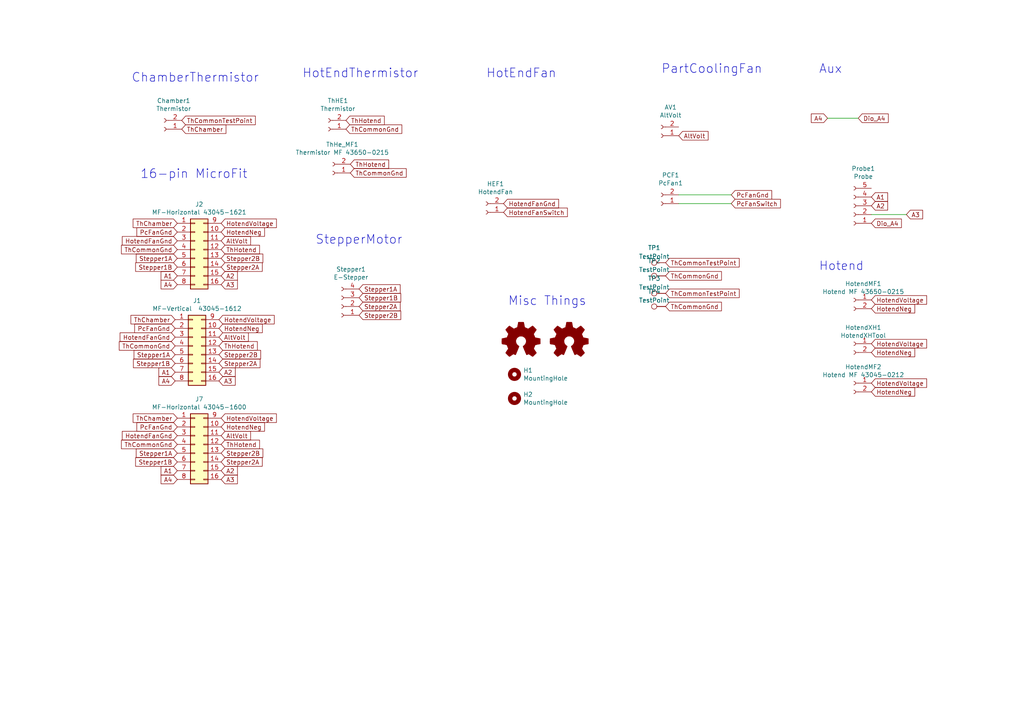
<source format=kicad_sch>
(kicad_sch (version 20211123) (generator eeschema)
  (paper "A4")
  (lib_symbols
    (symbol "Connector:Conn_01x02_Female" (pin_names (offset 1.016) hide)
      (property "Reference" "J" (at 0 2.54 0))
      (property "Value" "Conn_01x02_Female" (at 0 -5.08 0))
      (symbol "Conn_01x02_Female_1_1"
        (arc (start 0 -2.032) (mid -0.508 -2.54) (end 0 -3.048) (stroke (width 0.1524)))
        (polyline (pts (xy -1.27 -2.54) (xy -0.508 -2.54)) (stroke (width 0.1524)))
        (polyline (pts (xy -1.27 0) (xy -0.508 0)) (stroke (width 0.1524)))
        (arc (start 0 0.508) (mid -0.508 0) (end 0 -0.508) (stroke (width 0.1524)))
        (pin passive line (at -5.08 0 0) (length 3.81) (name "Pin_1") (number "1"))
        (pin passive line (at -5.08 -2.54 0) (length 3.81) (name "Pin_2") (number "2"))
      )
    )
    (symbol "Connector:Conn_01x04_Female" (pin_names (offset 1.016) hide)
      (property "Reference" "J" (at 0 5.08 0))
      (property "Value" "Conn_01x04_Female" (at 0 -7.62 0))
      (symbol "Conn_01x04_Female_1_1"
        (arc (start 0 -4.572) (mid -0.508 -5.08) (end 0 -5.588) (stroke (width 0.1524)))
        (arc (start 0 -2.032) (mid -0.508 -2.54) (end 0 -3.048) (stroke (width 0.1524)))
        (polyline (pts (xy -1.27 -5.08) (xy -0.508 -5.08)) (stroke (width 0.1524)))
        (polyline (pts (xy -1.27 -2.54) (xy -0.508 -2.54)) (stroke (width 0.1524)))
        (polyline (pts (xy -1.27 0) (xy -0.508 0)) (stroke (width 0.1524)))
        (polyline (pts (xy -1.27 2.54) (xy -0.508 2.54)) (stroke (width 0.1524)))
        (arc (start 0 0.508) (mid -0.508 0) (end 0 -0.508) (stroke (width 0.1524)))
        (arc (start 0 3.048) (mid -0.508 2.54) (end 0 2.032) (stroke (width 0.1524)))
        (pin passive line (at -5.08 2.54 0) (length 3.81) (name "Pin_1") (number "1"))
        (pin passive line (at -5.08 0 0) (length 3.81) (name "Pin_2") (number "2"))
        (pin passive line (at -5.08 -2.54 0) (length 3.81) (name "Pin_3") (number "3"))
        (pin passive line (at -5.08 -5.08 0) (length 3.81) (name "Pin_4") (number "4"))
      )
    )
    (symbol "Connector:Conn_01x05_Female" (pin_names (offset 1.016) hide)
      (property "Reference" "J" (at 0 7.62 0))
      (property "Value" "Conn_01x05_Female" (at 0 -7.62 0))
      (symbol "Conn_01x05_Female_1_1"
        (arc (start 0 -4.572) (mid -0.508 -5.08) (end 0 -5.588) (stroke (width 0.1524)))
        (arc (start 0 -2.032) (mid -0.508 -2.54) (end 0 -3.048) (stroke (width 0.1524)))
        (polyline (pts (xy -1.27 -5.08) (xy -0.508 -5.08)) (stroke (width 0.1524)))
        (polyline (pts (xy -1.27 -2.54) (xy -0.508 -2.54)) (stroke (width 0.1524)))
        (polyline (pts (xy -1.27 0) (xy -0.508 0)) (stroke (width 0.1524)))
        (polyline (pts (xy -1.27 2.54) (xy -0.508 2.54)) (stroke (width 0.1524)))
        (polyline (pts (xy -1.27 5.08) (xy -0.508 5.08)) (stroke (width 0.1524)))
        (arc (start 0 0.508) (mid -0.508 0) (end 0 -0.508) (stroke (width 0.1524)))
        (arc (start 0 3.048) (mid -0.508 2.54) (end 0 2.032) (stroke (width 0.1524)))
        (arc (start 0 5.588) (mid -0.508 5.08) (end 0 4.572) (stroke (width 0.1524)))
        (pin passive line (at -5.08 5.08 0) (length 3.81) (name "Pin_1") (number "1"))
        (pin passive line (at -5.08 2.54 0) (length 3.81) (name "Pin_2") (number "2"))
        (pin passive line (at -5.08 0 0) (length 3.81) (name "Pin_3") (number "3"))
        (pin passive line (at -5.08 -2.54 0) (length 3.81) (name "Pin_4") (number "4"))
        (pin passive line (at -5.08 -5.08 0) (length 3.81) (name "Pin_5") (number "5"))
      )
    )
    (symbol "Connector:TestPoint" (pin_numbers hide) (pin_names (offset 0.762) hide)
      (property "Reference" "TP" (at 0 6.858 0))
      (property "Value" "TestPoint" (at 0 5.08 0))
      (symbol "TestPoint_0_1"
        (circle (center 0 3.302) (radius 0.762))
      )
      (symbol "TestPoint_1_1"
        (pin passive line (at 0 0 90) (length 2.54) (name "1") (number "1"))
      )
    )
    (symbol "Connector_Generic:Conn_02x08_Top_Bottom" (pin_names (offset 1.016) hide)
      (property "Reference" "J" (at 1.27 10.16 0))
      (property "Value" "Conn_02x08_Top_Bottom" (at 1.27 -12.7 0))
      (symbol "Conn_02x08_Top_Bottom_1_1"
        (rectangle (start -1.27 -10.033) (end 0 -10.287) (stroke (width 0.1524)))
        (rectangle (start -1.27 -7.493) (end 0 -7.747) (stroke (width 0.1524)))
        (rectangle (start -1.27 -4.953) (end 0 -5.207) (stroke (width 0.1524)))
        (rectangle (start -1.27 -2.413) (end 0 -2.667) (stroke (width 0.1524)))
        (rectangle (start -1.27 0.127) (end 0 -0.127) (stroke (width 0.1524)))
        (rectangle (start -1.27 2.667) (end 0 2.413) (stroke (width 0.1524)))
        (rectangle (start -1.27 5.207) (end 0 4.953) (stroke (width 0.1524)))
        (rectangle (start -1.27 7.747) (end 0 7.493) (stroke (width 0.1524)))
        (rectangle (start -1.27 8.89) (end 3.81 -11.43) (stroke (width 0.254)) (fill (type background)))
        (rectangle (start 3.81 -10.033) (end 2.54 -10.287) (stroke (width 0.1524)))
        (rectangle (start 3.81 -7.493) (end 2.54 -7.747) (stroke (width 0.1524)))
        (rectangle (start 3.81 -4.953) (end 2.54 -5.207) (stroke (width 0.1524)))
        (rectangle (start 3.81 -2.413) (end 2.54 -2.667) (stroke (width 0.1524)))
        (rectangle (start 3.81 0.127) (end 2.54 -0.127) (stroke (width 0.1524)))
        (rectangle (start 3.81 2.667) (end 2.54 2.413) (stroke (width 0.1524)))
        (rectangle (start 3.81 5.207) (end 2.54 4.953) (stroke (width 0.1524)))
        (rectangle (start 3.81 7.747) (end 2.54 7.493) (stroke (width 0.1524)))
        (pin passive line (at -5.08 7.62 0) (length 3.81) (name "Pin_1") (number "1"))
        (pin passive line (at 7.62 5.08 180) (length 3.81) (name "Pin_10") (number "10"))
        (pin passive line (at 7.62 2.54 180) (length 3.81) (name "Pin_11") (number "11"))
        (pin passive line (at 7.62 0 180) (length 3.81) (name "Pin_12") (number "12"))
        (pin passive line (at 7.62 -2.54 180) (length 3.81) (name "Pin_13") (number "13"))
        (pin passive line (at 7.62 -5.08 180) (length 3.81) (name "Pin_14") (number "14"))
        (pin passive line (at 7.62 -7.62 180) (length 3.81) (name "Pin_15") (number "15"))
        (pin passive line (at 7.62 -10.16 180) (length 3.81) (name "Pin_16") (number "16"))
        (pin passive line (at -5.08 5.08 0) (length 3.81) (name "Pin_2") (number "2"))
        (pin passive line (at -5.08 2.54 0) (length 3.81) (name "Pin_3") (number "3"))
        (pin passive line (at -5.08 0 0) (length 3.81) (name "Pin_4") (number "4"))
        (pin passive line (at -5.08 -2.54 0) (length 3.81) (name "Pin_5") (number "5"))
        (pin passive line (at -5.08 -5.08 0) (length 3.81) (name "Pin_6") (number "6"))
        (pin passive line (at -5.08 -7.62 0) (length 3.81) (name "Pin_7") (number "7"))
        (pin passive line (at -5.08 -10.16 0) (length 3.81) (name "Pin_8") (number "8"))
        (pin passive line (at 7.62 7.62 180) (length 3.81) (name "Pin_9") (number "9"))
      )
    )
    (symbol "Graphic:Logo_Open_Hardware_Small" (pin_names (offset 1.016))
      (symbol "Logo_Open_Hardware_Small_0_1"
        (polyline (pts (xy 3.3528 -4.3434) (xy 3.302 -4.318) (xy 3.175 -4.2418) (xy 2.9972 -4.1148) (xy 2.7686 -3.9624) (xy 2.54 -3.81) (xy 2.3622 -3.7084) (xy 2.2352 -3.6068) (xy 2.1844 -3.5814) (xy 2.159 -3.6068) (xy 2.0574 -3.6576) (xy 1.905 -3.7338) (xy 1.8034 -3.7846) (xy 1.6764 -3.8354) (xy 1.6002 -3.8354) (xy 1.6002 -3.8354) (xy 1.5494 -3.7338) (xy 1.4732 -3.5306) (xy 1.3462 -3.302) (xy 1.2446 -3.0226) (xy 1.1176 -2.7178) (xy 0.9652 -2.413) (xy 0.8636 -2.1082) (xy 0.7366 -1.8288) (xy 0.6604 -1.6256) (xy 0.6096 -1.4732) (xy 0.5842 -1.397) (xy 0.5842 -1.397) (xy 0.6604 -1.3208) (xy 0.7874 -1.2446) (xy 1.0414 -1.016) (xy 1.2954 -0.6858) (xy 1.4478 -0.3302) (xy 1.524 0.0762) (xy 1.4732 0.4572) (xy 1.3208 0.8128) (xy 1.0668 1.143) (xy 0.762 1.3716) (xy 0.4064 1.524) (xy 0 1.5748) (xy -0.381 1.5494) (xy -0.7366 1.397) (xy -1.0668 1.143) (xy -1.2192 0.9906) (xy -1.397 0.6604) (xy -1.524 0.3048) (xy -1.524 0.2286) (xy -1.4986 -0.1778) (xy -1.397 -0.5334) (xy -1.1938 -0.8636) (xy -0.9144 -1.143) (xy -0.8636 -1.1684) (xy -0.7366 -1.27) (xy -0.635 -1.3462) (xy -0.5842 -1.397) (xy -1.0668 -2.5908) (xy -1.143 -2.794) (xy -1.2954 -3.1242) (xy -1.397 -3.4036) (xy -1.4986 -3.6322) (xy -1.5748 -3.7846) (xy -1.6002 -3.8354) (xy -1.6002 -3.8354) (xy -1.651 -3.8354) (xy -1.7272 -3.81) (xy -1.905 -3.7338) (xy -2.0066 -3.683) (xy -2.1336 -3.6068) (xy -2.2098 -3.5814) (xy -2.2606 -3.6068) (xy -2.3622 -3.683) (xy -2.54 -3.81) (xy -2.7686 -3.9624) (xy -2.9718 -4.0894) (xy -3.1496 -4.2164) (xy -3.302 -4.318) (xy -3.3528 -4.3434) (xy -3.3782 -4.3434) (xy -3.429 -4.318) (xy -3.5306 -4.2164) (xy -3.7084 -4.064) (xy -3.937 -3.8354) (xy -3.9624 -3.81) (xy -4.1656 -3.6068) (xy -4.318 -3.4544) (xy -4.4196 -3.3274) (xy -4.445 -3.2766) (xy -4.445 -3.2766) (xy -4.4196 -3.2258) (xy -4.318 -3.0734) (xy -4.2164 -2.8956) (xy -4.064 -2.667) (xy -3.6576 -2.0828) (xy -3.8862 -1.5494) (xy -3.937 -1.3716) (xy -4.0386 -1.1684) (xy -4.0894 -1.0414) (xy -4.1148 -0.9652) (xy -4.191 -0.9398) (xy -4.318 -0.9144) (xy -4.5466 -0.8636) (xy -4.8006 -0.8128) (xy -5.0546 -0.7874) (xy -5.2578 -0.7366) (xy -5.4356 -0.7112) (xy -5.5118 -0.6858) (xy -5.5118 -0.6858) (xy -5.5372 -0.635) (xy -5.5372 -0.5588) (xy -5.5372 -0.4318) (xy -5.5626 -0.2286) (xy -5.5626 0.0762) (xy -5.5626 0.127) (xy -5.5372 0.4064) (xy -5.5372 0.635) (xy -5.5372 0.762) (xy -5.5372 0.8382) (xy -5.5372 0.8382) (xy -5.461 0.8382) (xy -5.3086 0.889) (xy -5.08 0.9144) (xy -4.826 0.9652) (xy -4.8006 0.9906) (xy -4.5466 1.0414) (xy -4.318 1.0668) (xy -4.1656 1.1176) (xy -4.0894 1.143) (xy -4.0894 1.143) (xy -4.0386 1.2446) (xy -3.9624 1.4224) (xy -3.8608 1.6256) (xy -3.7846 1.8288) (xy -3.7084 2.0066) (xy -3.6576 2.159) (xy -3.6322 2.2098) (xy -3.6322 2.2098) (xy -3.683 2.286) (xy -3.7592 2.413) (xy -3.8862 2.5908) (xy -4.064 2.8194) (xy -4.064 2.8448) (xy -4.2164 3.0734) (xy -4.3434 3.2512) (xy -4.4196 3.3782) (xy -4.445 3.4544) (xy -4.445 3.4544) (xy -4.3942 3.5052) (xy -4.2926 3.6322) (xy -4.1148 3.81) (xy -3.937 4.0132) (xy -3.8608 4.064) (xy -3.6576 4.2926) (xy -3.5052 4.4196) (xy -3.4036 4.4958) (xy -3.3528 4.5212) (xy -3.3528 4.5212) (xy -3.302 4.4704) (xy -3.1496 4.3688) (xy -2.9718 4.2418) (xy -2.7432 4.0894) (xy -2.7178 4.0894) (xy -2.4892 3.937) (xy -2.3114 3.81) (xy -2.1844 3.7084) (xy -2.1336 3.683) (xy -2.1082 3.683) (xy -2.032 3.7084) (xy -1.8542 3.7592) (xy -1.6764 3.8354) (xy -1.4732 3.937) (xy -1.27 4.0132) (xy -1.143 4.064) (xy -1.0668 4.1148) (xy -1.0668 4.1148) (xy -1.0414 4.191) (xy -1.016 4.3434) (xy -0.9652 4.572) (xy -0.9144 4.8514) (xy -0.889 4.9022) (xy -0.8382 5.1562) (xy -0.8128 5.3848) (xy -0.7874 5.5372) (xy -0.762 5.588) (xy -0.7112 5.6134) (xy -0.5842 5.6134) (xy -0.4064 5.6134) (xy -0.1524 5.6134) (xy 0.0762 5.6134) (xy 0.3302 5.6134) (xy 0.5334 5.6134) (xy 0.6858 5.588) (xy 0.7366 5.588) (xy 0.7366 5.588) (xy 0.762 5.5118) (xy 0.8128 5.334) (xy 0.8382 5.1054) (xy 0.9144 4.826) (xy 0.9144 4.7752) (xy 0.9652 4.5212) (xy 1.016 4.2926) (xy 1.0414 4.1402) (xy 1.0668 4.0894) (xy 1.0668 4.0894) (xy 1.1938 4.0386) (xy 1.3716 3.9624) (xy 1.5748 3.8608) (xy 2.0828 3.6576) (xy 2.7178 4.0894) (xy 2.7686 4.1402) (xy 2.9972 4.2926) (xy 3.175 4.4196) (xy 3.302 4.4958) (xy 3.3782 4.5212) (xy 3.3782 4.5212) (xy 3.429 4.4704) (xy 3.556 4.3434) (xy 3.7338 4.191) (xy 3.9116 3.9878) (xy 4.064 3.8354) (xy 4.2418 3.6576) (xy 4.3434 3.556) (xy 4.4196 3.4798) (xy 4.4196 3.429) (xy 4.4196 3.4036) (xy 4.3942 3.3274) (xy 4.2926 3.2004) (xy 4.1656 2.9972) (xy 4.0132 2.794) (xy 3.8862 2.5908) (xy 3.7592 2.3876) (xy 3.6576 2.2352) (xy 3.6322 2.159) (xy 3.6322 2.1336) (xy 3.683 2.0066) (xy 3.7592 1.8288) (xy 3.8608 1.6002) (xy 4.064 1.1176) (xy 4.3942 1.0414) (xy 4.5974 1.016) (xy 4.8768 0.9652) (xy 5.1308 0.9144) (xy 5.5372 0.8382) (xy 5.5626 -0.6604) (xy 5.4864 -0.6858) (xy 5.4356 -0.6858) (xy 5.2832 -0.7366) (xy 5.0546 -0.762) (xy 4.8006 -0.8128) (xy 4.5974 -0.8636) (xy 4.3688 -0.9144) (xy 4.2164 -0.9398) (xy 4.1402 -0.9398) (xy 4.1148 -0.9652) (xy 4.064 -1.0668) (xy 3.9878 -1.2446) (xy 3.9116 -1.4478) (xy 3.81 -1.651) (xy 3.7338 -1.8542) (xy 3.683 -2.0066) (xy 3.6576 -2.0828) (xy 3.683 -2.1336) (xy 3.7846 -2.2606) (xy 3.8862 -2.4638) (xy 4.0386 -2.667) (xy 4.191 -2.8956) (xy 4.318 -3.0734) (xy 4.3942 -3.2004) (xy 4.445 -3.2766) (xy 4.4196 -3.3274) (xy 4.3434 -3.429) (xy 4.1656 -3.5814) (xy 3.937 -3.8354) (xy 3.8862 -3.8608) (xy 3.683 -4.064) (xy 3.5306 -4.2164) (xy 3.4036 -4.318) (xy 3.3528 -4.3434)) (fill (type outline)))
      )
    )
    (symbol "Mechanical:MountingHole" (pin_names (offset 1.016))
      (property "Reference" "H" (at 0 5.08 0))
      (property "Value" "MountingHole" (at 0 3.175 0))
      (symbol "MountingHole_0_1"
        (circle (center 0 0) (radius 1.27) (stroke (width 1.27)))
      )
    )
  )
  (wire (pts (xy 252.73 62.23) (xy 262.89 62.23)))
  (wire (pts (xy 196.85 59.055) (xy 212.09 59.055)))
  (wire (pts (xy 240.03 34.29) (xy 248.92 34.29)))
  (wire (pts (xy 196.85 56.515) (xy 212.09 56.515)))
  (text "Hotend" (at 237.49 78.74 0) (effects (font (size 2.4892 2.4892)) (justify left bottom)))
  (text "HotEndFan" (at 140.97 22.86 0) (effects (font (size 2.5654 2.5654)) (justify left bottom)))
  (text "16-pin MicroFit" (at 40.64 52.07 0) (effects (font (size 2.5654 2.5654)) (justify left bottom)))
  (text "HotEndThermistor" (at 87.63 22.86 0) (effects (font (size 2.5654 2.5654)) (justify left bottom)))
  (text "Aux" (at 237.49 21.59 0) (effects (font (size 2.5654 2.5654)) (justify left bottom)))
  (text "StepperMotor" (at 91.44 71.12 0) (effects (font (size 2.5654 2.5654)) (justify left bottom)))
  (text "Misc Things" (at 147.32 88.9 0) (effects (font (size 2.5654 2.5654)) (justify left bottom)))
  (text "PartCoolingFan" (at 191.77 21.59 0) (effects (font (size 2.5654 2.5654)) (justify left bottom)))
  (text "ChamberThermistor" (at 38.1 24.13 0) (effects (font (size 2.5654 2.5654)) (justify left bottom)))
  (global_label "A1" (shape input) (at 50.8 107.95 180) (property "Intersheet References" "${INTERSHEET_REFS}" (effects hide)))
  (global_label "PcFanGnd" (shape input) (at 212.09 56.515 0) (property "Intersheet References" "${INTERSHEET_REFS}" (effects hide)))
  (global_label "HotendNeg" (shape input) (at 252.73 89.535 0) (property "Intersheet References" "${INTERSHEET_REFS}" (effects hide)))
  (global_label "Stepper2B" (shape input) (at 104.14 91.44 0) (property "Intersheet References" "${INTERSHEET_REFS}" (effects hide)))
  (global_label "Stepper1A" (shape input) (at 51.435 131.445 180) (property "Intersheet References" "${INTERSHEET_REFS}" (effects hide)))
  (global_label "HotendVoltage" (shape input) (at 252.73 86.995 0) (property "Intersheet References" "${INTERSHEET_REFS}" (effects hide)))
  (global_label "HotendVoltage" (shape input) (at 64.135 121.285 0) (property "Intersheet References" "${INTERSHEET_REFS}" (effects hide)))
  (global_label "PcFanGnd" (shape input) (at 51.435 67.31 180) (property "Intersheet References" "${INTERSHEET_REFS}" (effects hide)))
  (global_label "Stepper2A" (shape input) (at 64.135 133.985 0) (property "Intersheet References" "${INTERSHEET_REFS}" (effects hide)))
  (global_label "ThChamber" (shape input) (at 51.435 64.77 180) (property "Intersheet References" "${INTERSHEET_REFS}" (effects hide)))
  (global_label "AltVolt" (shape input) (at 64.135 69.85 0) (property "Intersheet References" "${INTERSHEET_REFS}" (effects hide)))
  (global_label "Stepper1B" (shape input) (at 51.435 77.47 180) (property "Intersheet References" "${INTERSHEET_REFS}" (effects hide)))
  (global_label "HotendNeg" (shape input) (at 63.5 95.25 0) (property "Intersheet References" "${INTERSHEET_REFS}" (effects hide)))
  (global_label "ThCommonGnd" (shape input) (at 50.8 100.33 180) (property "Intersheet References" "${INTERSHEET_REFS}" (effects hide)))
  (global_label "ThCommonGnd" (shape input) (at 100.33 37.465 0) (property "Intersheet References" "${INTERSHEET_REFS}" (effects hide)))
  (global_label "ThCommonGnd" (shape input) (at 193.04 80.01 0) (property "Intersheet References" "${INTERSHEET_REFS}" (effects hide)))
  (global_label "Stepper2B" (shape input) (at 64.135 74.93 0) (property "Intersheet References" "${INTERSHEET_REFS}" (effects hide)))
  (global_label "AltVolt" (shape input) (at 64.135 126.365 0) (property "Intersheet References" "${INTERSHEET_REFS}" (effects hide)))
  (global_label "A4" (shape input) (at 51.435 82.55 180) (property "Intersheet References" "${INTERSHEET_REFS}" (effects hide)))
  (global_label "Stepper2A" (shape input) (at 63.5 105.41 0) (property "Intersheet References" "${INTERSHEET_REFS}" (effects hide)))
  (global_label "ThHotend" (shape input) (at 64.135 128.905 0) (property "Intersheet References" "${INTERSHEET_REFS}" (effects hide)))
  (global_label "PcFanSwitch" (shape input) (at 212.09 59.055 0) (property "Intersheet References" "${INTERSHEET_REFS}" (effects hide)))
  (global_label "A4" (shape input) (at 240.03 34.29 180) (property "Intersheet References" "${INTERSHEET_REFS}" (effects hide)))
  (global_label "A2" (shape input) (at 63.5 107.95 0) (property "Intersheet References" "${INTERSHEET_REFS}" (effects hide)))
  (global_label "ThCommonTestPoint" (shape input) (at 52.705 34.925 0) (property "Intersheet References" "${INTERSHEET_REFS}" (effects hide)))
  (global_label "A3" (shape input) (at 262.89 62.23 0) (property "Intersheet References" "${INTERSHEET_REFS}" (effects hide)))
  (global_label "PcFanGnd" (shape input) (at 51.435 123.825 180) (property "Intersheet References" "${INTERSHEET_REFS}" (effects hide)))
  (global_label "A4" (shape input) (at 50.8 110.49 180) (property "Intersheet References" "${INTERSHEET_REFS}" (effects hide)))
  (global_label "HotendNeg" (shape input) (at 64.135 123.825 0) (property "Intersheet References" "${INTERSHEET_REFS}" (effects hide)))
  (global_label "HotendFanGnd" (shape input) (at 51.435 126.365 180) (property "Intersheet References" "${INTERSHEET_REFS}" (effects hide)))
  (global_label "ThCommonGnd" (shape input) (at 51.435 128.905 180) (property "Intersheet References" "${INTERSHEET_REFS}" (effects hide)))
  (global_label "Stepper1B" (shape input) (at 104.14 86.36 0) (property "Intersheet References" "${INTERSHEET_REFS}" (effects hide)))
  (global_label "Stepper1B" (shape input) (at 51.435 133.985 180) (property "Intersheet References" "${INTERSHEET_REFS}" (effects hide)))
  (global_label "ThCommonTestPoint" (shape input) (at 193.04 85.09 0) (property "Intersheet References" "${INTERSHEET_REFS}" (effects hide)))
  (global_label "HotendVoltage" (shape input) (at 252.73 111.125 0) (property "Intersheet References" "${INTERSHEET_REFS}" (effects hide)))
  (global_label "ThCommonTestPoint" (shape input) (at 193.04 76.2 0) (property "Intersheet References" "${INTERSHEET_REFS}" (effects hide)))
  (global_label "Stepper2A" (shape input) (at 104.14 88.9 0) (property "Intersheet References" "${INTERSHEET_REFS}" (effects hide)))
  (global_label "Stepper2A" (shape input) (at 64.135 77.47 0) (property "Intersheet References" "${INTERSHEET_REFS}" (effects hide)))
  (global_label "HotendVoltage" (shape input) (at 252.73 99.695 0) (property "Intersheet References" "${INTERSHEET_REFS}" (effects hide)))
  (global_label "A1" (shape input) (at 252.73 57.15 0) (property "Intersheet References" "${INTERSHEET_REFS}" (effects hide)))
  (global_label "Stepper1A" (shape input) (at 104.14 83.82 0) (property "Intersheet References" "${INTERSHEET_REFS}" (effects hide)))
  (global_label "AltVolt" (shape input) (at 196.85 39.37 0) (property "Intersheet References" "${INTERSHEET_REFS}" (effects hide)))
  (global_label "A2" (shape input) (at 252.73 59.69 0) (property "Intersheet References" "${INTERSHEET_REFS}" (effects hide)))
  (global_label "PcFanGnd" (shape input) (at 50.8 95.25 180) (property "Intersheet References" "${INTERSHEET_REFS}" (effects hide)))
  (global_label "HotendNeg" (shape input) (at 252.73 102.235 0) (property "Intersheet References" "${INTERSHEET_REFS}" (effects hide)))
  (global_label "ThCommonGnd" (shape input) (at 193.04 88.9 0) (property "Intersheet References" "${INTERSHEET_REFS}" (effects hide)))
  (global_label "HotendFanGnd" (shape input) (at 50.8 97.79 180) (property "Intersheet References" "${INTERSHEET_REFS}" (effects hide)))
  (global_label "Dio_A4" (shape input) (at 252.73 64.77 0) (property "Intersheet References" "${INTERSHEET_REFS}" (effects hide)))
  (global_label "ThHotend" (shape input) (at 63.5 100.33 0) (property "Intersheet References" "${INTERSHEET_REFS}" (effects hide)))
  (global_label "ThHotend" (shape input) (at 101.6 47.625 0) (property "Intersheet References" "${INTERSHEET_REFS}" (effects hide)))
  (global_label "ThChamber" (shape input) (at 50.8 92.71 180) (property "Intersheet References" "${INTERSHEET_REFS}" (effects hide)))
  (global_label "ThCommonGnd" (shape input) (at 101.6 50.165 0) (property "Intersheet References" "${INTERSHEET_REFS}" (effects hide)))
  (global_label "A3" (shape input) (at 63.5 110.49 0) (property "Intersheet References" "${INTERSHEET_REFS}" (effects hide)))
  (global_label "HotendVoltage" (shape input) (at 63.5 92.71 0) (property "Intersheet References" "${INTERSHEET_REFS}" (effects hide)))
  (global_label "Stepper2B" (shape input) (at 64.135 131.445 0) (property "Intersheet References" "${INTERSHEET_REFS}" (effects hide)))
  (global_label "ThHotend" (shape input) (at 64.135 72.39 0) (property "Intersheet References" "${INTERSHEET_REFS}" (effects hide)))
  (global_label "HotendFanSwitch" (shape input) (at 146.05 61.595 0) (property "Intersheet References" "${INTERSHEET_REFS}" (effects hide)))
  (global_label "HotendNeg" (shape input) (at 64.135 67.31 0) (property "Intersheet References" "${INTERSHEET_REFS}" (effects hide)))
  (global_label "HotendNeg" (shape input) (at 252.73 113.665 0) (property "Intersheet References" "${INTERSHEET_REFS}" (effects hide)))
  (global_label "HotendFanGnd" (shape input) (at 51.435 69.85 180) (property "Intersheet References" "${INTERSHEET_REFS}" (effects hide)))
  (global_label "A1" (shape input) (at 51.435 136.525 180) (property "Intersheet References" "${INTERSHEET_REFS}" (effects hide)))
  (global_label "A2" (shape input) (at 64.135 80.01 0) (property "Intersheet References" "${INTERSHEET_REFS}" (effects hide)))
  (global_label "ThCommonGnd" (shape input) (at 51.435 72.39 180) (property "Intersheet References" "${INTERSHEET_REFS}" (effects hide)))
  (global_label "ThChamber" (shape input) (at 51.435 121.285 180) (property "Intersheet References" "${INTERSHEET_REFS}" (effects hide)))
  (global_label "A3" (shape input) (at 64.135 82.55 0) (property "Intersheet References" "${INTERSHEET_REFS}" (effects hide)))
  (global_label "A3" (shape input) (at 64.135 139.065 0) (property "Intersheet References" "${INTERSHEET_REFS}" (effects hide)))
  (global_label "AltVolt" (shape input) (at 63.5 97.79 0) (property "Intersheet References" "${INTERSHEET_REFS}" (effects hide)))
  (global_label "ThChamber" (shape input) (at 52.705 37.465 0) (property "Intersheet References" "${INTERSHEET_REFS}" (effects hide)))
  (global_label "A4" (shape input) (at 51.435 139.065 180) (property "Intersheet References" "${INTERSHEET_REFS}" (effects hide)))
  (global_label "A1" (shape input) (at 51.435 80.01 180) (property "Intersheet References" "${INTERSHEET_REFS}" (effects hide)))
  (global_label "A2" (shape input) (at 64.135 136.525 0) (property "Intersheet References" "${INTERSHEET_REFS}" (effects hide)))
  (global_label "Stepper1A" (shape input) (at 51.435 74.93 180) (property "Intersheet References" "${INTERSHEET_REFS}" (effects hide)))
  (global_label "Stepper1B" (shape input) (at 50.8 105.41 180) (property "Intersheet References" "${INTERSHEET_REFS}" (effects hide)))
  (global_label "Stepper1A" (shape input) (at 50.8 102.87 180) (property "Intersheet References" "${INTERSHEET_REFS}" (effects hide)))
  (global_label "Dio_A4" (shape input) (at 248.92 34.29 0) (property "Intersheet References" "${INTERSHEET_REFS}" (effects hide)))
  (global_label "ThHotend" (shape input) (at 100.33 34.925 0) (property "Intersheet References" "${INTERSHEET_REFS}" (effects hide)))
  (global_label "HotendVoltage" (shape input) (at 64.135 64.77 0) (property "Intersheet References" "${INTERSHEET_REFS}" (effects hide)))
  (global_label "Stepper2B" (shape input) (at 63.5 102.87 0) (property "Intersheet References" "${INTERSHEET_REFS}" (effects hide)))
  (global_label "HotendFanGnd" (shape input) (at 146.05 59.055 0) (property "Intersheet References" "${INTERSHEET_REFS}" (effects hide)))
  (symbol (lib_id "Connector:Conn_01x02_Female") (at 191.77 59.055 180) (unit 1)
    (property "Reference" "PCF1" (at 194.5132 50.8 0))
    (property "Value" "PcFan1" (at 194.5132 53.1114 0))
    (property "Footprint" "Connector_JST:JST_XH_B2B-XH-A_1x02_P2.50mm_Vertical" (effects hide))
  )
  (symbol (lib_id "Connector:Conn_01x02_Female") (at 140.97 61.595 180) (unit 1)
    (property "Reference" "HEF1" (at 143.7132 53.34 0))
    (property "Value" "HotendFan" (at 143.7132 55.6514 0))
    (property "Footprint" "Connector_JST:JST_XH_B2B-XH-A_1x02_P2.50mm_Vertical" (effects hide))
  )
  (symbol (lib_id "Connector:Conn_01x02_Female") (at 95.25 37.465 180) (unit 1)
    (property "Reference" "ThHE1" (at 97.9932 29.21 0))
    (property "Value" "Thermistor" (at 97.9932 31.5214 0))
    (property "Footprint" "Connector_JST:JST_XH_B2B-XH-A_1x02_P2.50mm_Vertical" (effects hide))
  )
  (symbol (lib_id "Connector:Conn_01x05_Female") (at 247.65 59.69 180) (unit 1)
    (property "Reference" "Probe1" (at 250.3932 48.895 0))
    (property "Value" "Probe" (at 250.3932 51.2064 0))
    (property "Footprint" "Connector_JST:JST_XH_B5B-XH-A_1x05_P2.50mm_Vertical" (effects hide))
  )
  (symbol (lib_id "Connector:Conn_01x04_Female") (at 99.06 88.9 180) (unit 1)
    (property "Reference" "Stepper1" (at 101.8032 78.105 0))
    (property "Value" "E-Stepper" (at 101.8032 80.4164 0))
    (property "Footprint" "Connector_JST:JST_XH_B4B-XH-A_1x04_P2.50mm_Vertical" (effects hide))
  )
  (symbol (lib_id "Connector_Generic:Conn_02x08_Top_Bottom") (at 56.515 128.905 0) (unit 1)
    (property "Reference" "J7" (at 57.785 115.7732 0))
    (property "Value" "MF-Horizontal 43045-1600" (at 57.785 118.0846 0))
    (property "Footprint" "Connector_Molex:Molex_Micro-Fit_3.0_43045-1600_2x08_P3.00mm_Horizontal" (effects hide))
  )
  (symbol (lib_id "Connector:Conn_01x02_Female") (at 247.65 86.995 0) (mirror y) (unit 1)
    (property "Reference" "HotendMF1" (at 250.3932 82.296 0))
    (property "Value" "Hotend MF 43650-0215" (at 250.3932 84.6074 0))
    (property "Footprint" "Connector_Molex:Molex_Micro-Fit_3.0_43650-0215_1x02_P3.00mm_Vertical" (effects hide))
  )
  (symbol (lib_id "Mechanical:MountingHole") (at 149.225 108.585 0) (unit 1)
    (property "Reference" "H1" (at 151.765 107.4166 0) (effects (justify left)))
    (property "Value" "MountingHole" (at 151.765 109.728 0) (effects (justify left)))
    (property "Footprint" "MountingHole:MountingHole_3.2mm_M3_DIN965_Pad" (effects hide))
  )
  (symbol (lib_id "Mechanical:MountingHole") (at 149.225 115.57 0) (unit 1)
    (property "Reference" "H2" (at 151.765 114.4016 0) (effects (justify left)))
    (property "Value" "MountingHole" (at 151.765 116.713 0) (effects (justify left)))
    (property "Footprint" "MountingHole:MountingHole_3.2mm_M3_DIN965_Pad" (effects hide))
  )
  (symbol (lib_id "Connector:Conn_01x02_Female") (at 47.625 37.465 180) (unit 1)
    (property "Reference" "Chamber1" (at 50.3682 29.21 0))
    (property "Value" "Thermistor" (at 50.3682 31.5214 0))
    (property "Footprint" "carabiner-footprints:0603_to_1206_THT" (effects hide))
  )
  (symbol (lib_id "Connector:Conn_01x02_Female") (at 247.65 99.695 0) (mirror y) (unit 1)
    (property "Reference" "HotendXH1" (at 250.3932 94.996 0))
    (property "Value" "HotendXHTool" (at 250.3932 97.3074 0))
    (property "Footprint" "Connector_JST:JST_XH_B2B-XH-A_1x02_P2.50mm_Vertical" (effects hide))
  )
  (symbol (lib_id "Connector_Generic:Conn_02x08_Top_Bottom") (at 55.88 100.33 0) (unit 1)
    (property "Reference" "J1" (at 57.15 87.1982 0))
    (property "Value" "MF-Vertical  43045-1612" (at 57.15 89.5096 0))
    (property "Footprint" "Connector_Molex:Molex_Micro-Fit_3.0_43045-1612_2x08_P3.00mm_Vertical" (effects hide))
  )
  (symbol (lib_id "Connector:Conn_01x02_Female") (at 96.52 50.165 180) (unit 1)
    (property "Reference" "ThHe_MF1" (at 99.2632 41.91 0))
    (property "Value" "Thermistor MF 43650-0215" (at 99.2632 44.2214 0))
    (property "Footprint" "Connector_Molex:Molex_Micro-Fit_3.0_43650-0215_1x02_P3.00mm_Vertical" (effects hide))
  )
  (symbol (lib_id "Connector_Generic:Conn_02x08_Top_Bottom") (at 56.515 72.39 0) (unit 1)
    (property "Reference" "J2" (at 57.785 59.2582 0))
    (property "Value" "MF-Horizontal 43045-1621" (at 57.785 61.5696 0))
    (property "Footprint" "Connector_Molex:Molex_Micro-Fit_3.0_43045-1621_2x08-1MP_P3.00mm_Horizontal" (effects hide))
  )
  (symbol (lib_id "Connector:Conn_01x02_Female") (at 247.65 111.125 0) (mirror y) (unit 1)
    (property "Reference" "HotendMF2" (at 250.3932 106.426 0))
    (property "Value" " Hotend MF 43045-0212" (at 250.3932 108.7374 0))
    (property "Footprint" "Connector_Molex:Molex_Micro-Fit_3.0_43045-0212_2x01_P3.00mm_Vertical" (effects hide))
  )
  (symbol (lib_id "Graphic:Logo_Open_Hardware_Small") (at 151.13 99.06 0) (unit 1)
    (property "Reference" "LOGO1" (effects hide))
    (property "Value" "Logo_Open_Hardware_Small" (effects hide))
    (property "Footprint" "Annex:AnnexLogo" (effects hide))
  )
  (symbol (lib_id "Graphic:Logo_Open_Hardware_Small") (at 165.1 99.06 0) (unit 1)
    (property "Reference" "LOGO2" (effects hide))
    (property "Value" "Logo_Open_Hardware_Small" (effects hide))
    (property "Footprint" "Annex:AnnexLogoBack" (effects hide))
  )
  (symbol (lib_id "Connector:TestPoint") (at 193.04 76.2 90) (unit 1)
    (property "Reference" "TP1" (at 189.738 71.8652 90))
    (property "Value" "TestPoint" (at 189.738 74.4021 90))
    (property "Footprint" "TestPoint:TestPoint_Pad_2.5x2.5mm" (effects hide))
  )
  (symbol (lib_id "Connector:TestPoint") (at 193.04 88.9 90) (unit 1)
    (property "Reference" "TP4" (at 189.738 84.5652 90))
    (property "Value" "TestPoint" (at 189.738 87.1021 90))
    (property "Footprint" "TestPoint:TestPoint_Pad_2.5x2.5mm" (effects hide))
  )
  (symbol (lib_id "Connector:TestPoint") (at 193.04 80.01 90) (unit 1)
    (property "Reference" "TP2" (at 189.738 75.6752 90))
    (property "Value" "TestPoint" (at 189.738 78.2121 90))
    (property "Footprint" "TestPoint:TestPoint_Pad_2.5x2.5mm" (effects hide))
  )
  (symbol (lib_id "Connector:TestPoint") (at 193.04 85.09 90) (unit 1)
    (property "Reference" "TP3" (at 189.738 80.7552 90))
    (property "Value" "TestPoint" (at 189.738 83.2921 90))
    (property "Footprint" "TestPoint:TestPoint_Pad_2.5x2.5mm" (effects hide))
  )
  (symbol (lib_id "Connector:Conn_01x02_Female") (at 191.77 39.37 180) (unit 1)
    (property "Reference" "AV1" (at 194.5132 31.115 0))
    (property "Value" "AltVolt" (at 194.5132 33.4264 0))
    (property "Footprint" "Connector_JST:JST_XH_B2B-XH-A_1x02_P2.50mm_Vertical" (effects hide))
  )
)
</source>
